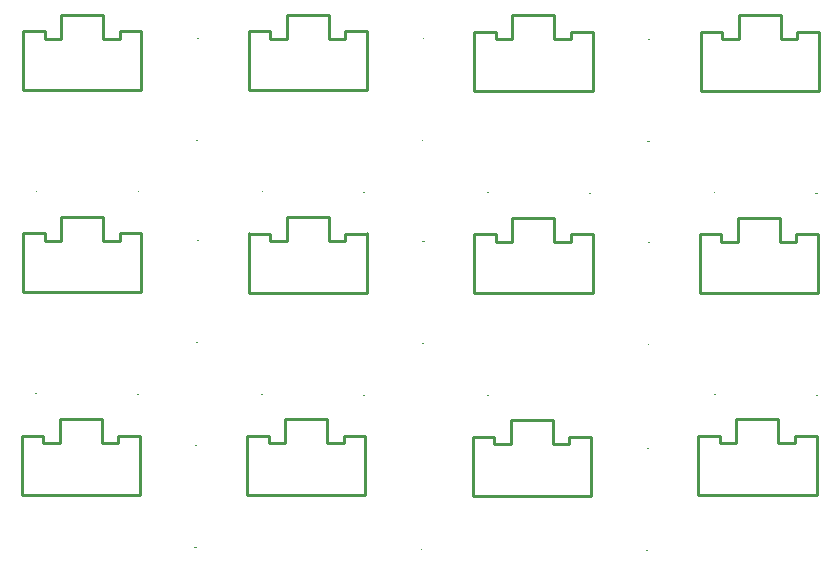
<source format=gbr>
%TF.GenerationSoftware,KiCad,Pcbnew,9.0.2*%
%TF.CreationDate,2025-05-19T21:39:43+01:00*%
%TF.ProjectId,grove_adaptor_panel,67726f76-655f-4616-9461-70746f725f70,rev?*%
%TF.SameCoordinates,Original*%
%TF.FileFunction,OtherDrawing,Comment*%
%FSLAX46Y46*%
G04 Gerber Fmt 4.6, Leading zero omitted, Abs format (unit mm)*
G04 Created by KiCad (PCBNEW 9.0.2) date 2025-05-19 21:39:43*
%MOMM*%
%LPD*%
G01*
G04 APERTURE LIST*
%ADD10C,0.050000*%
%ADD11C,0.254000*%
G04 APERTURE END LIST*
D10*
%TO.C,mouse-bite-5mm-slot*%
X155381000Y-100711000D02*
G75*
G02*
X155261000Y-100711000I-60000J0D01*
G01*
X155261000Y-100711000D02*
G75*
G02*
X155381000Y-100711000I60000J0D01*
G01*
X164017000Y-100774500D02*
G75*
G02*
X163897000Y-100774500I-60000J0D01*
G01*
X163897000Y-100774500D02*
G75*
G02*
X164017000Y-100774500I60000J0D01*
G01*
X149856500Y-104898500D02*
G75*
G02*
X149736500Y-104898500I-60000J0D01*
G01*
X149736500Y-104898500D02*
G75*
G02*
X149856500Y-104898500I60000J0D01*
G01*
X149793000Y-113534500D02*
G75*
G02*
X149673000Y-113534500I-60000J0D01*
G01*
X149673000Y-113534500D02*
G75*
G02*
X149793000Y-113534500I60000J0D01*
G01*
X136207500Y-117852500D02*
G75*
G02*
X136087500Y-117852500I-60000J0D01*
G01*
X136087500Y-117852500D02*
G75*
G02*
X136207500Y-117852500I60000J0D01*
G01*
X144843500Y-117916000D02*
G75*
G02*
X144723500Y-117916000I-60000J0D01*
G01*
X144723500Y-117916000D02*
G75*
G02*
X144843500Y-117916000I60000J0D01*
G01*
D11*
%TO.C,J2*%
X134993000Y-109222000D02*
X144993000Y-109222000D01*
X144993000Y-109222000D02*
X144993000Y-104222000D01*
X134993000Y-104222000D02*
X134993000Y-109222000D01*
X135040000Y-104228000D02*
X136818000Y-104228000D01*
X136818000Y-104228000D02*
X136818000Y-104863000D01*
X136818000Y-104863000D02*
X138215000Y-104863000D01*
X138215000Y-104863000D02*
X138215000Y-102831000D01*
X138215000Y-102831000D02*
X141771000Y-102831000D01*
X141771000Y-102831000D02*
X141771000Y-104863000D01*
X141771000Y-104863000D02*
X143168000Y-104863000D01*
X143168000Y-104863000D02*
X143168000Y-104228000D01*
X143168000Y-104228000D02*
X144946000Y-104228000D01*
X154170000Y-92077000D02*
X164170000Y-92077000D01*
X164170000Y-92077000D02*
X164170000Y-87077000D01*
X154170000Y-87077000D02*
X154170000Y-92077000D01*
X154217000Y-87083000D02*
X155995000Y-87083000D01*
X155995000Y-87083000D02*
X155995000Y-87718000D01*
X155995000Y-87718000D02*
X157392000Y-87718000D01*
X157392000Y-87718000D02*
X157392000Y-85686000D01*
X157392000Y-85686000D02*
X160948000Y-85686000D01*
X160948000Y-85686000D02*
X160948000Y-87718000D01*
X160948000Y-87718000D02*
X162345000Y-87718000D01*
X162345000Y-87718000D02*
X162345000Y-87083000D01*
X162345000Y-87083000D02*
X164123000Y-87083000D01*
D10*
%TO.C,mouse-bite-5mm-slot*%
X149856500Y-87753500D02*
G75*
G02*
X149736500Y-87753500I-60000J0D01*
G01*
X149736500Y-87753500D02*
G75*
G02*
X149856500Y-87753500I60000J0D01*
G01*
X149793000Y-96389500D02*
G75*
G02*
X149673000Y-96389500I-60000J0D01*
G01*
X149673000Y-96389500D02*
G75*
G02*
X149793000Y-96389500I60000J0D01*
G01*
X136207500Y-100707500D02*
G75*
G02*
X136087500Y-100707500I-60000J0D01*
G01*
X136087500Y-100707500D02*
G75*
G02*
X136207500Y-100707500I60000J0D01*
G01*
X144843500Y-100771000D02*
G75*
G02*
X144723500Y-100771000I-60000J0D01*
G01*
X144723500Y-100771000D02*
G75*
G02*
X144843500Y-100771000I60000J0D01*
G01*
D11*
%TO.C,J2*%
X134993000Y-92077000D02*
X144993000Y-92077000D01*
X144993000Y-92077000D02*
X144993000Y-87077000D01*
X134993000Y-87077000D02*
X134993000Y-92077000D01*
X135040000Y-87083000D02*
X136818000Y-87083000D01*
X136818000Y-87083000D02*
X136818000Y-87718000D01*
X136818000Y-87718000D02*
X138215000Y-87718000D01*
X138215000Y-87718000D02*
X138215000Y-85686000D01*
X138215000Y-85686000D02*
X141771000Y-85686000D01*
X141771000Y-85686000D02*
X141771000Y-87718000D01*
X141771000Y-87718000D02*
X143168000Y-87718000D01*
X143168000Y-87718000D02*
X143168000Y-87083000D01*
X143168000Y-87083000D02*
X144946000Y-87083000D01*
D10*
%TO.C,mouse-bite-5mm-slot*%
X130743000Y-104835000D02*
G75*
G02*
X130623000Y-104835000I-60000J0D01*
G01*
X130623000Y-104835000D02*
G75*
G02*
X130743000Y-104835000I60000J0D01*
G01*
X130679500Y-113471000D02*
G75*
G02*
X130559500Y-113471000I-60000J0D01*
G01*
X130559500Y-113471000D02*
G75*
G02*
X130679500Y-113471000I60000J0D01*
G01*
X117094000Y-117789000D02*
G75*
G02*
X116974000Y-117789000I-60000J0D01*
G01*
X116974000Y-117789000D02*
G75*
G02*
X117094000Y-117789000I60000J0D01*
G01*
X125730000Y-117852500D02*
G75*
G02*
X125610000Y-117852500I-60000J0D01*
G01*
X125610000Y-117852500D02*
G75*
G02*
X125730000Y-117852500I60000J0D01*
G01*
X111566000Y-113407500D02*
G75*
G02*
X111446000Y-113407500I-60000J0D01*
G01*
X111446000Y-113407500D02*
G75*
G02*
X111566000Y-113407500I60000J0D01*
G01*
X111626000Y-104771500D02*
G75*
G02*
X111506000Y-104771500I-60000J0D01*
G01*
X111506000Y-104771500D02*
G75*
G02*
X111626000Y-104771500I60000J0D01*
G01*
D11*
%TO.C,J2*%
X115879500Y-109158500D02*
X125879500Y-109158500D01*
X125879500Y-109158500D02*
X125879500Y-104158500D01*
X115879500Y-104158500D02*
X115879500Y-109158500D01*
X115926500Y-104164500D02*
X117704500Y-104164500D01*
X117704500Y-104164500D02*
X117704500Y-104799500D01*
X117704500Y-104799500D02*
X119101500Y-104799500D01*
X119101500Y-104799500D02*
X119101500Y-102767500D01*
X119101500Y-102767500D02*
X122657500Y-102767500D01*
X122657500Y-102767500D02*
X122657500Y-104799500D01*
X122657500Y-104799500D02*
X124054500Y-104799500D01*
X124054500Y-104799500D02*
X124054500Y-104164500D01*
X124054500Y-104164500D02*
X125832500Y-104164500D01*
X96649000Y-126265500D02*
X106649000Y-126265500D01*
X106649000Y-126265500D02*
X106649000Y-121265500D01*
X96649000Y-121265500D02*
X96649000Y-126265500D01*
X96696000Y-121271500D02*
X98474000Y-121271500D01*
X98474000Y-121271500D02*
X98474000Y-121906500D01*
X98474000Y-121906500D02*
X99871000Y-121906500D01*
X99871000Y-121906500D02*
X99871000Y-119874500D01*
X99871000Y-119874500D02*
X103427000Y-119874500D01*
X103427000Y-119874500D02*
X103427000Y-121906500D01*
X103427000Y-121906500D02*
X104824000Y-121906500D01*
X104824000Y-121906500D02*
X104824000Y-121271500D01*
X104824000Y-121271500D02*
X106602000Y-121271500D01*
D10*
%TO.C,mouse-bite-5mm-slot*%
X155448000Y-117792500D02*
G75*
G02*
X155328000Y-117792500I-60000J0D01*
G01*
X155328000Y-117792500D02*
G75*
G02*
X155448000Y-117792500I60000J0D01*
G01*
X164084000Y-117856000D02*
G75*
G02*
X163964000Y-117856000I-60000J0D01*
G01*
X163964000Y-117856000D02*
G75*
G02*
X164084000Y-117856000I60000J0D01*
G01*
X149729500Y-122368000D02*
G75*
G02*
X149609500Y-122368000I-60000J0D01*
G01*
X149609500Y-122368000D02*
G75*
G02*
X149729500Y-122368000I60000J0D01*
G01*
X149666000Y-131004000D02*
G75*
G02*
X149546000Y-131004000I-60000J0D01*
G01*
X149546000Y-131004000D02*
G75*
G02*
X149666000Y-131004000I60000J0D01*
G01*
X97917000Y-117729000D02*
G75*
G02*
X97797000Y-117729000I-60000J0D01*
G01*
X97797000Y-117729000D02*
G75*
G02*
X97917000Y-117729000I60000J0D01*
G01*
X106553000Y-117792500D02*
G75*
G02*
X106433000Y-117792500I-60000J0D01*
G01*
X106433000Y-117792500D02*
G75*
G02*
X106553000Y-117792500I60000J0D01*
G01*
X111502500Y-122110500D02*
G75*
G02*
X111382500Y-122110500I-60000J0D01*
G01*
X111382500Y-122110500D02*
G75*
G02*
X111502500Y-122110500I60000J0D01*
G01*
X111439000Y-130746500D02*
G75*
G02*
X111319000Y-130746500I-60000J0D01*
G01*
X111319000Y-130746500D02*
G75*
G02*
X111439000Y-130746500I60000J0D01*
G01*
X130616000Y-122241000D02*
G75*
G02*
X130496000Y-122241000I-60000J0D01*
G01*
X130496000Y-122241000D02*
G75*
G02*
X130616000Y-122241000I60000J0D01*
G01*
X130552500Y-130877000D02*
G75*
G02*
X130432500Y-130877000I-60000J0D01*
G01*
X130432500Y-130877000D02*
G75*
G02*
X130552500Y-130877000I60000J0D01*
G01*
X117094000Y-100647500D02*
G75*
G02*
X116974000Y-100647500I-60000J0D01*
G01*
X116974000Y-100647500D02*
G75*
G02*
X117094000Y-100647500I60000J0D01*
G01*
X125730000Y-100711000D02*
G75*
G02*
X125610000Y-100711000I-60000J0D01*
G01*
X125610000Y-100711000D02*
G75*
G02*
X125730000Y-100711000I60000J0D01*
G01*
X106613000Y-100644000D02*
G75*
G02*
X106493000Y-100644000I-60000J0D01*
G01*
X106493000Y-100644000D02*
G75*
G02*
X106613000Y-100644000I60000J0D01*
G01*
X97977000Y-100584000D02*
G75*
G02*
X97857000Y-100584000I-60000J0D01*
G01*
X97857000Y-100584000D02*
G75*
G02*
X97977000Y-100584000I60000J0D01*
G01*
D11*
%TO.C,J2*%
X96776000Y-109120500D02*
X106776000Y-109120500D01*
X106776000Y-109120500D02*
X106776000Y-104120500D01*
X96776000Y-104120500D02*
X96776000Y-109120500D01*
X96823000Y-104126500D02*
X98601000Y-104126500D01*
X98601000Y-104126500D02*
X98601000Y-104761500D01*
X98601000Y-104761500D02*
X99998000Y-104761500D01*
X99998000Y-104761500D02*
X99998000Y-102729500D01*
X99998000Y-102729500D02*
X103554000Y-102729500D01*
X103554000Y-102729500D02*
X103554000Y-104761500D01*
X103554000Y-104761500D02*
X104951000Y-104761500D01*
X104951000Y-104761500D02*
X104951000Y-104126500D01*
X104951000Y-104126500D02*
X106729000Y-104126500D01*
D10*
%TO.C,mouse-bite-5mm-slot*%
X111566000Y-96266000D02*
G75*
G02*
X111446000Y-96266000I-60000J0D01*
G01*
X111446000Y-96266000D02*
G75*
G02*
X111566000Y-96266000I60000J0D01*
G01*
X111626000Y-87630000D02*
G75*
G02*
X111506000Y-87630000I-60000J0D01*
G01*
X111506000Y-87630000D02*
G75*
G02*
X111626000Y-87630000I60000J0D01*
G01*
X130743000Y-87693500D02*
G75*
G02*
X130623000Y-87693500I-60000J0D01*
G01*
X130623000Y-87693500D02*
G75*
G02*
X130743000Y-87693500I60000J0D01*
G01*
X130679500Y-96329500D02*
G75*
G02*
X130559500Y-96329500I-60000J0D01*
G01*
X130559500Y-96329500D02*
G75*
G02*
X130679500Y-96329500I60000J0D01*
G01*
D11*
%TO.C,J2*%
X153959500Y-126287500D02*
X163959500Y-126287500D01*
X163959500Y-126287500D02*
X163959500Y-121287500D01*
X153959500Y-121287500D02*
X153959500Y-126287500D01*
X154006500Y-121293500D02*
X155784500Y-121293500D01*
X155784500Y-121293500D02*
X155784500Y-121928500D01*
X155784500Y-121928500D02*
X157181500Y-121928500D01*
X157181500Y-121928500D02*
X157181500Y-119896500D01*
X157181500Y-119896500D02*
X160737500Y-119896500D01*
X160737500Y-119896500D02*
X160737500Y-121928500D01*
X160737500Y-121928500D02*
X162134500Y-121928500D01*
X162134500Y-121928500D02*
X162134500Y-121293500D01*
X162134500Y-121293500D02*
X163912500Y-121293500D01*
X134856000Y-126351000D02*
X144856000Y-126351000D01*
X144856000Y-126351000D02*
X144856000Y-121351000D01*
X134856000Y-121351000D02*
X134856000Y-126351000D01*
X134903000Y-121357000D02*
X136681000Y-121357000D01*
X136681000Y-121357000D02*
X136681000Y-121992000D01*
X136681000Y-121992000D02*
X138078000Y-121992000D01*
X138078000Y-121992000D02*
X138078000Y-119960000D01*
X138078000Y-119960000D02*
X141634000Y-119960000D01*
X141634000Y-119960000D02*
X141634000Y-121992000D01*
X141634000Y-121992000D02*
X143031000Y-121992000D01*
X143031000Y-121992000D02*
X143031000Y-121357000D01*
X143031000Y-121357000D02*
X144809000Y-121357000D01*
X115752500Y-126287500D02*
X125752500Y-126287500D01*
X125752500Y-126287500D02*
X125752500Y-121287500D01*
X115752500Y-121287500D02*
X115752500Y-126287500D01*
X115799500Y-121293500D02*
X117577500Y-121293500D01*
X117577500Y-121293500D02*
X117577500Y-121928500D01*
X117577500Y-121928500D02*
X118974500Y-121928500D01*
X118974500Y-121928500D02*
X118974500Y-119896500D01*
X118974500Y-119896500D02*
X122530500Y-119896500D01*
X122530500Y-119896500D02*
X122530500Y-121928500D01*
X122530500Y-121928500D02*
X123927500Y-121928500D01*
X123927500Y-121928500D02*
X123927500Y-121293500D01*
X123927500Y-121293500D02*
X125705500Y-121293500D01*
X154086500Y-109225500D02*
X164086500Y-109225500D01*
X164086500Y-109225500D02*
X164086500Y-104225500D01*
X154086500Y-104225500D02*
X154086500Y-109225500D01*
X154133500Y-104231500D02*
X155911500Y-104231500D01*
X155911500Y-104231500D02*
X155911500Y-104866500D01*
X155911500Y-104866500D02*
X157308500Y-104866500D01*
X157308500Y-104866500D02*
X157308500Y-102834500D01*
X157308500Y-102834500D02*
X160864500Y-102834500D01*
X160864500Y-102834500D02*
X160864500Y-104866500D01*
X160864500Y-104866500D02*
X162261500Y-104866500D01*
X162261500Y-104866500D02*
X162261500Y-104231500D01*
X162261500Y-104231500D02*
X164039500Y-104231500D01*
X115879500Y-92017000D02*
X125879500Y-92017000D01*
X125879500Y-92017000D02*
X125879500Y-87017000D01*
X115879500Y-87017000D02*
X115879500Y-92017000D01*
X115926500Y-87023000D02*
X117704500Y-87023000D01*
X117704500Y-87023000D02*
X117704500Y-87658000D01*
X117704500Y-87658000D02*
X119101500Y-87658000D01*
X119101500Y-87658000D02*
X119101500Y-85626000D01*
X119101500Y-85626000D02*
X122657500Y-85626000D01*
X122657500Y-85626000D02*
X122657500Y-87658000D01*
X122657500Y-87658000D02*
X124054500Y-87658000D01*
X124054500Y-87658000D02*
X124054500Y-87023000D01*
X124054500Y-87023000D02*
X125832500Y-87023000D01*
X96776000Y-92017000D02*
X106776000Y-92017000D01*
X106776000Y-92017000D02*
X106776000Y-87017000D01*
X96776000Y-87017000D02*
X96776000Y-92017000D01*
X96823000Y-87023000D02*
X98601000Y-87023000D01*
X98601000Y-87023000D02*
X98601000Y-87658000D01*
X98601000Y-87658000D02*
X99998000Y-87658000D01*
X99998000Y-87658000D02*
X99998000Y-85626000D01*
X99998000Y-85626000D02*
X103554000Y-85626000D01*
X103554000Y-85626000D02*
X103554000Y-87658000D01*
X103554000Y-87658000D02*
X104951000Y-87658000D01*
X104951000Y-87658000D02*
X104951000Y-87023000D01*
X104951000Y-87023000D02*
X106729000Y-87023000D01*
%TD*%
M02*

</source>
